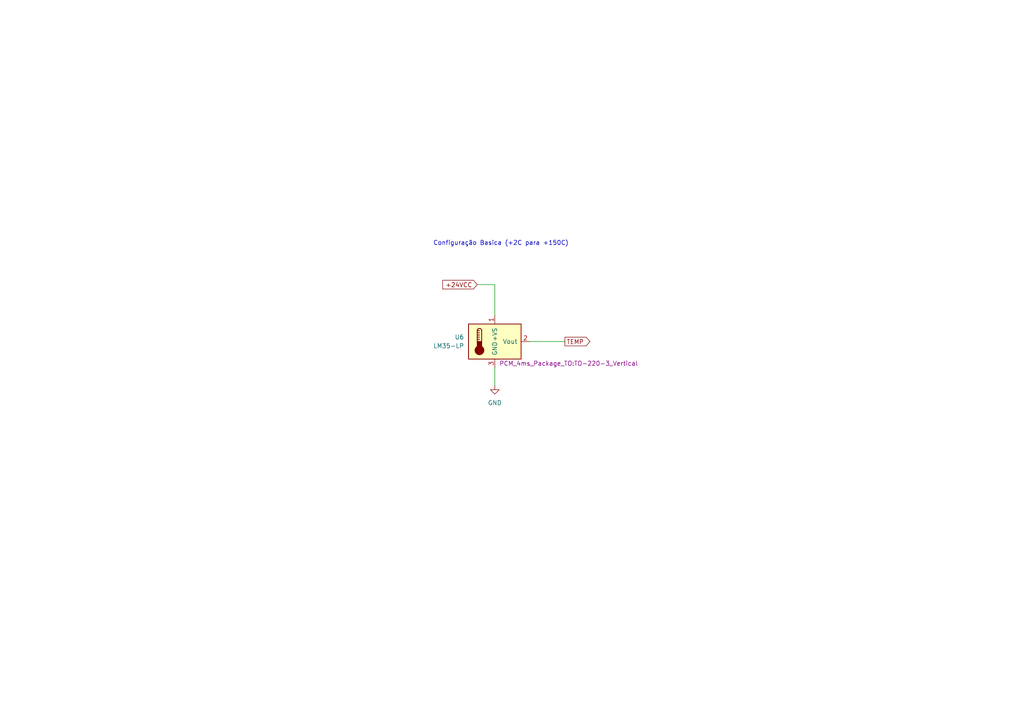
<source format=kicad_sch>
(kicad_sch (version 20231120) (generator "eeschema") (generator_version "8.0")
  (paper "A4")
  (title_block (title "Sensor de temperatura") (date "2024-03-18") (rev "1.1") (company "Alex Thomas Valmorbida"))
  (lib_symbols
    (symbol "Sensor_Temperature:LM35-LP" (pin_names (offset 1.016))
      (property "Reference" "U" (at -6.35 6.35 0))
      (property "Value" "LM35-LP" (at 1.27 6.35 0))
      (symbol "LM35-LP_0_1"
        (rectangle (start -7.62 5.08) (end 7.62 -5.08) (stroke (width 0.254)) (fill (type background)))
        (circle (center -4.445 -2.54) (radius 1.27) (stroke (width 0.254)) (fill (type outline)))
        (rectangle (start -3.81 -1.905) (end -5.08 0) (stroke (width 0.254)) (fill (type outline)))
        (arc (start -3.81 3.175) (mid -4.445 3.8072) (end -5.08 3.175) (stroke (width 0.254)))
        (polyline (pts (xy -5.08 0.635) (xy -4.445 0.635)) (stroke (width 0.254)))
        (polyline (pts (xy -5.08 1.27) (xy -4.445 1.27)) (stroke (width 0.254)))
        (polyline (pts (xy -5.08 1.905) (xy -4.445 1.905)) (stroke (width 0.254)))
        (polyline (pts (xy -5.08 2.54) (xy -4.445 2.54)) (stroke (width 0.254)))
        (polyline (pts (xy -5.08 3.175) (xy -5.08 0)) (stroke (width 0.254)))
        (polyline (pts (xy -5.08 3.175) (xy -4.445 3.175)) (stroke (width 0.254)))
        (polyline (pts (xy -3.81 3.175) (xy -3.81 0)) (stroke (width 0.254)))
      )
      (symbol "LM35-LP_1_1"
        (pin power_in line (at 0 7.62 270) (length 2.54) (name "+VS") (number "1"))
        (pin output line (at 10.16 0 180) (length 2.54) (name "Vout") (number "2"))
        (pin power_in line (at 0 -7.62 90) (length 2.54) (name "GND") (number "3"))
      )
    )
    (symbol "power:GND" (power) (pin_numbers hide) (pin_names (offset 0) hide)
      (property "Value" "GND" (at 0 -3.81 0))
      (symbol "GND_0_1"
        (polyline (pts (xy 0 0) (xy 0 -1.27) (xy 1.27 -1.27) (xy 0 -2.54) (xy -1.27 -1.27) (xy 0 -1.27)))
      )
      (symbol "GND_1_1"
        (pin power_in line (at 0 0 270) (length 0) (name "~") (number "1"))
      )
    )
  )
  (wire (pts (xy 143.51 106.68) (xy 143.51 111.76)))
  (wire (pts (xy 143.51 82.55) (xy 143.51 91.44)))
  (wire (pts (xy 138.43 82.55) (xy 143.51 82.55)))
  (wire (pts (xy 153.67 99.06) (xy 163.83 99.06)))
  (text "Configuração Basica (+2C para +150C)" (at 145.288 70.612 0) (effects (font (size 1.27 1.27))))
  (global_label "TEMP" (shape output) (at 163.83 99.06 0) (property "Intersheetrefs" "${INTERSHEET_REFS}" (effects (hide yes))) (property "Referências entre as folhas" "${INTERSHEET_REFS}" (effects (hide yes))))
  (global_label "+24VCC" (shape input) (at 138.43 82.55 180) (property "Intersheetrefs" "${INTERSHEET_REFS}" (effects (hide yes))))
  (symbol (lib_id "Sensor_Temperature:LM35-LP") (at 143.51 99.06 0) (unit 1)
    (property "Reference" "U6" (at 134.62 97.7899 0) (effects (justify right)))
    (property "Value" "LM35-LP" (at 134.62 100.3299 0) (effects (justify right)))
    (property "Footprint" "PCM_4ms_Package_TO:TO-220-3_Vertical" (at 144.78 105.41 0) (effects (justify left)))
    (property "Datasheet" "http://www.ti.com/lit/ds/symlink/lm35.pdf" (effects (hide yes)))
    (property "Description" "Precision centigrade temperature sensor, TO-92" (effects (hide yes)))
  )
  (symbol (lib_id "power:GND") (at 143.51 111.76 0) (unit 1)
    (property "Reference" "#PWR012" (effects (hide yes)))
    (property "Value" "GND" (at 143.51 116.84 0))
    (property "Description" "Power symbol creates a global label with name \"GND\" , ground" (effects (hide yes)))
  )
)
</source>
